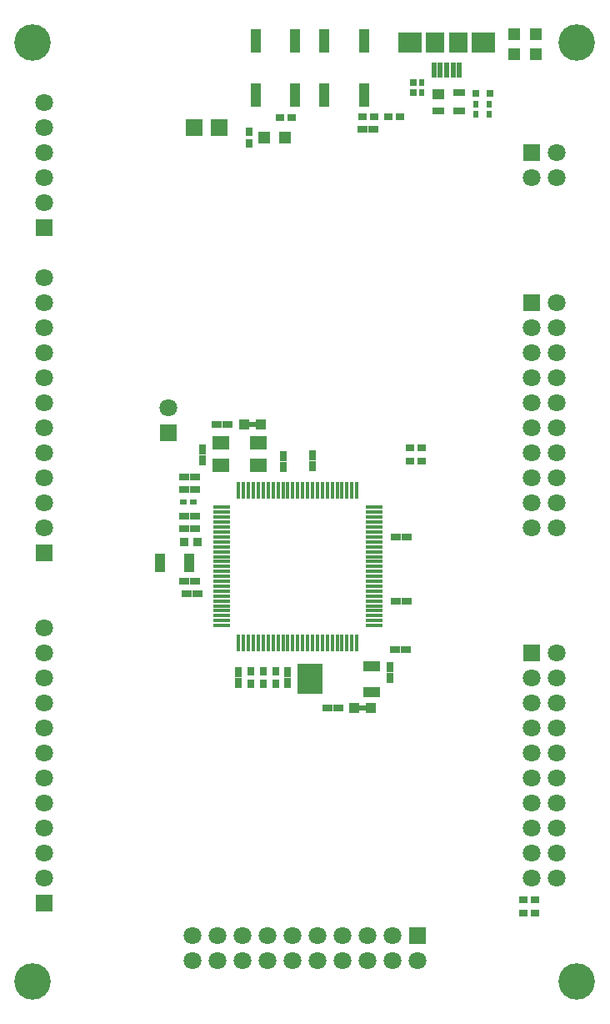
<source format=gts>
%FSLAX43Y43*%
%MOMM*%
G71*
G01*
G75*
G04 Layer_Color=8388736*
%ADD10R,1.000X2.250*%
%ADD11R,0.800X0.650*%
%ADD12R,1.200X1.200*%
%ADD13R,1.200X1.200*%
%ADD14R,0.500X0.650*%
%ADD15R,0.700X0.700*%
%ADD16R,0.550X0.600*%
%ADD17R,0.650X0.800*%
%ADD18R,0.900X0.600*%
%ADD19R,0.600X0.900*%
%ADD20R,0.762X0.762*%
%ADD21R,0.950X1.750*%
%ADD22R,1.000X0.950*%
%ADD23R,1.600X1.300*%
%ADD24R,0.600X0.500*%
%ADD25R,1.100X1.000*%
%ADD26R,1.100X0.600*%
%ADD27R,0.254X1.524*%
%ADD28R,0.254X1.524*%
%ADD29R,1.524X0.254*%
%ADD30R,1.524X0.254*%
%ADD31R,1.524X0.254*%
%ADD32R,0.254X1.524*%
%ADD33R,1.524X0.254*%
%ADD34R,1.524X0.254*%
%ADD35R,0.254X1.524*%
%ADD36R,0.254X1.524*%
%ADD37R,0.254X1.524*%
%ADD38R,1.600X1.000*%
%ADD39R,2.500X3.000*%
%ADD40R,0.400X1.400*%
%ADD41R,2.300X1.900*%
%ADD42R,1.775X1.900*%
%ADD43C,0.125*%
%ADD44C,0.150*%
%ADD45C,0.175*%
%ADD46C,0.200*%
%ADD47C,0.180*%
%ADD48C,0.300*%
%ADD49R,0.900X0.300*%
%ADD50C,3.600*%
%ADD51R,1.700X1.700*%
%ADD52C,1.700*%
%ADD53R,1.700X1.700*%
%ADD54C,0.350*%
%ADD55C,0.380*%
%ADD56C,0.550*%
%ADD57C,0.500*%
G04:AMPARAMS|DCode=58|XSize=4.224mm|YSize=4.224mm|CornerRadius=0mm|HoleSize=0mm|Usage=FLASHONLY|Rotation=0.000|XOffset=0mm|YOffset=0mm|HoleType=Round|Shape=Relief|Width=0.254mm|Gap=0.254mm|Entries=4|*
%AMTHD58*
7,0,0,4.224,3.716,0.254,45*
%
%ADD58THD58*%
%ADD59C,1.400*%
G04:AMPARAMS|DCode=60|XSize=2.524mm|YSize=2.524mm|CornerRadius=0mm|HoleSize=0mm|Usage=FLASHONLY|Rotation=0.000|XOffset=0mm|YOffset=0mm|HoleType=Round|Shape=Relief|Width=0.254mm|Gap=0.254mm|Entries=4|*
%AMTHD60*
7,0,0,2.524,2.016,0.254,45*
%
%ADD60THD60*%
%ADD61C,0.650*%
%ADD62C,3.100*%
%ADD63C,0.800*%
%ADD64R,1.300X0.600*%
%ADD65C,1.270*%
%ADD66R,0.650X0.500*%
%ADD67R,0.762X0.762*%
%ADD68R,0.350X0.850*%
%ADD69C,0.280*%
%ADD70R,0.600X0.250*%
%ADD71R,1.600X1.500*%
%ADD72R,1.300X1.600*%
%ADD73C,0.254*%
%ADD74C,0.250*%
%ADD75C,0.100*%
%ADD76C,0.229*%
%ADD77C,0.112*%
%ADD78R,2.100X2.100*%
%ADD79R,2.100X2.100*%
%ADD80R,1.700X1.700*%
%ADD81R,0.900X0.510*%
%ADD82R,1.100X2.350*%
%ADD83R,0.900X0.750*%
%ADD84R,1.300X1.300*%
%ADD85R,1.300X1.300*%
%ADD86R,0.600X0.750*%
%ADD87R,0.800X0.800*%
%ADD88R,0.650X0.700*%
%ADD89R,0.750X0.900*%
%ADD90R,1.000X0.700*%
%ADD91R,0.700X1.000*%
%ADD92R,0.862X0.862*%
%ADD93R,1.050X1.850*%
%ADD94R,1.100X1.050*%
%ADD95R,1.700X1.400*%
%ADD96R,0.700X0.600*%
%ADD97R,1.200X1.100*%
%ADD98R,1.200X0.700*%
%ADD99R,0.406X1.676*%
%ADD100R,0.406X1.676*%
%ADD101R,1.676X0.406*%
%ADD102R,1.676X0.406*%
%ADD103R,1.676X0.406*%
%ADD104R,0.406X1.676*%
%ADD105R,1.676X0.406*%
%ADD106R,1.676X0.406*%
%ADD107R,0.406X1.676*%
%ADD108R,0.406X1.676*%
%ADD109R,0.406X1.676*%
%ADD110R,1.700X1.100*%
%ADD111R,2.600X3.100*%
%ADD112R,0.500X1.500*%
%ADD113R,2.400X2.000*%
%ADD114R,1.875X2.000*%
%ADD115C,3.700*%
%ADD116R,1.800X1.800*%
%ADD117C,1.800*%
%ADD118R,1.800X1.800*%
D81*
X-24125Y-69855D02*
D03*
X-35300Y-41095D02*
D03*
D82*
X-31000Y-7650D02*
D03*
Y-2150D02*
D03*
X-35000D02*
D03*
Y-7650D02*
D03*
X-24000D02*
D03*
Y-2150D02*
D03*
X-28000D02*
D03*
Y-7650D02*
D03*
D83*
X-21525Y-9900D02*
D03*
X-20325D02*
D03*
X-22975D02*
D03*
X-24175D02*
D03*
X-7825Y-89350D02*
D03*
X-6625D02*
D03*
X-7825Y-90700D02*
D03*
X-6625D02*
D03*
X-19314Y-43460D02*
D03*
X-18114D02*
D03*
X-19314Y-44785D02*
D03*
X-18114D02*
D03*
X-32500Y-9975D02*
D03*
X-31300D02*
D03*
D84*
X-6500Y-3550D02*
D03*
Y-1450D02*
D03*
X-8750Y-3550D02*
D03*
Y-1450D02*
D03*
D85*
X-32050Y-12000D02*
D03*
X-34150D02*
D03*
D86*
X-18100Y-7375D02*
D03*
Y-6425D02*
D03*
X-12600Y-8625D02*
D03*
Y-9575D02*
D03*
X-11300Y-8625D02*
D03*
Y-9575D02*
D03*
D87*
X-12600Y-7500D02*
D03*
X-11200D02*
D03*
D88*
X-19000Y-6400D02*
D03*
Y-7400D02*
D03*
D89*
X-35675Y-11350D02*
D03*
Y-12550D02*
D03*
X-34250Y-66200D02*
D03*
Y-67400D02*
D03*
X-32975Y-66200D02*
D03*
Y-67400D02*
D03*
X-35525Y-66200D02*
D03*
Y-67400D02*
D03*
D90*
X-42248Y-46400D02*
D03*
X-41148D02*
D03*
X-42248Y-47700D02*
D03*
X-41148D02*
D03*
X-19650Y-52525D02*
D03*
X-20750D02*
D03*
X-42248Y-51700D02*
D03*
X-41148D02*
D03*
X-42248Y-57050D02*
D03*
X-41148D02*
D03*
X-42025Y-58300D02*
D03*
X-40925D02*
D03*
X-19650Y-59025D02*
D03*
X-20750D02*
D03*
X-19750Y-64000D02*
D03*
X-20850D02*
D03*
X-42248Y-50450D02*
D03*
X-41148D02*
D03*
X-38950Y-41100D02*
D03*
X-37850D02*
D03*
X-27725Y-69875D02*
D03*
X-26625D02*
D03*
X-24125Y-11150D02*
D03*
X-23025D02*
D03*
D91*
X-32200Y-44300D02*
D03*
Y-45400D02*
D03*
X-29200Y-44250D02*
D03*
Y-45350D02*
D03*
X-36800Y-67325D02*
D03*
Y-66225D02*
D03*
X-31725Y-67350D02*
D03*
Y-66250D02*
D03*
X-40400Y-43600D02*
D03*
Y-44700D02*
D03*
X-21325Y-66800D02*
D03*
Y-65700D02*
D03*
D92*
X-42297Y-53075D02*
D03*
X-40900D02*
D03*
D93*
X-41775Y-55150D02*
D03*
X-44725D02*
D03*
D94*
X-23275Y-69850D02*
D03*
X-24975D02*
D03*
X-36150Y-41100D02*
D03*
X-34450D02*
D03*
D95*
X-34750Y-42950D02*
D03*
X-38550D02*
D03*
Y-45250D02*
D03*
X-34750D02*
D03*
D96*
X-42373Y-49000D02*
D03*
X-41323Y-49000D02*
D03*
D97*
X-16400Y-7600D02*
D03*
D98*
Y-9300D02*
D03*
X-14300D02*
D03*
Y-7400D02*
D03*
D99*
X-24725Y-47765D02*
D03*
X-34225D02*
D03*
X-35225D02*
D03*
X-30725Y-47765D02*
D03*
X-36725Y-47765D02*
D03*
X-26225D02*
D03*
X-35725D02*
D03*
X-29725Y-47765D02*
D03*
Y-63275D02*
D03*
X-25225Y-47765D02*
D03*
X-30725Y-63275D02*
D03*
X-25725Y-63275D02*
D03*
X-28225D02*
D03*
X-33225D02*
D03*
X-36225Y-47765D02*
D03*
D100*
X-29225Y-47765D02*
D03*
X-28725D02*
D03*
X-33725D02*
D03*
X-31725D02*
D03*
X-30225D02*
D03*
X-26725D02*
D03*
Y-63275D02*
D03*
X-33725D02*
D03*
X-34225Y-63275D02*
D03*
X-26225D02*
D03*
X-34725Y-47765D02*
D03*
X-24725Y-63275D02*
D03*
X-35225D02*
D03*
X-36725D02*
D03*
X-35725D02*
D03*
X-36225D02*
D03*
X-34725Y-63275D02*
D03*
X-28725D02*
D03*
X-29225D02*
D03*
X-27225Y-63275D02*
D03*
X-32725Y-63275D02*
D03*
Y-47765D02*
D03*
X-30225Y-63275D02*
D03*
X-32225D02*
D03*
X-31225Y-47765D02*
D03*
X-32225D02*
D03*
X-31225Y-63275D02*
D03*
X-27725Y-47765D02*
D03*
X-25225Y-63275D02*
D03*
D101*
X-38480Y-53020D02*
D03*
X-38480Y-56520D02*
D03*
X-38480Y-61020D02*
D03*
X-22970Y-52020D02*
D03*
Y-53020D02*
D03*
X-38480Y-60520D02*
D03*
X-22970Y-58520D02*
D03*
X-22970Y-58020D02*
D03*
X-38480Y-58520D02*
D03*
X-22970Y-61020D02*
D03*
X-38480Y-51020D02*
D03*
Y-52020D02*
D03*
Y-58020D02*
D03*
Y-49520D02*
D03*
X-22970Y-51020D02*
D03*
X-22970Y-56520D02*
D03*
X-22970Y-49520D02*
D03*
D102*
X-38480Y-52520D02*
D03*
Y-51520D02*
D03*
Y-54020D02*
D03*
Y-56020D02*
D03*
Y-57520D02*
D03*
X-22970Y-50520D02*
D03*
X-22970Y-51520D02*
D03*
Y-54020D02*
D03*
Y-57520D02*
D03*
Y-56020D02*
D03*
D103*
X-38480Y-50520D02*
D03*
X-22970Y-60520D02*
D03*
D104*
X-33225Y-47765D02*
D03*
X-27725Y-63275D02*
D03*
X-28225Y-47765D02*
D03*
D105*
X-38480Y-53520D02*
D03*
X-22970D02*
D03*
Y-57020D02*
D03*
X-22970Y-59020D02*
D03*
X-38480Y-60020D02*
D03*
X-38480Y-59520D02*
D03*
X-22970Y-50020D02*
D03*
X-38480Y-61520D02*
D03*
X-38480Y-55020D02*
D03*
X-22970Y-59520D02*
D03*
X-22970Y-60020D02*
D03*
X-22970Y-54520D02*
D03*
X-38480Y-55520D02*
D03*
Y-57020D02*
D03*
X-38480Y-50020D02*
D03*
X-22970Y-55520D02*
D03*
X-38480Y-54520D02*
D03*
X-22970Y-55020D02*
D03*
X-22970Y-61520D02*
D03*
D106*
X-22970Y-52520D02*
D03*
X-38480Y-59020D02*
D03*
D107*
X-27225Y-47765D02*
D03*
D108*
X-25725D02*
D03*
D109*
X-31725Y-63275D02*
D03*
D110*
X-23250Y-65650D02*
D03*
Y-68250D02*
D03*
D111*
X-29500Y-66950D02*
D03*
D112*
X-14300Y-5150D02*
D03*
X-14950D02*
D03*
X-15600D02*
D03*
X-16250D02*
D03*
X-16900D02*
D03*
D113*
X-11850Y-2300D02*
D03*
X-19350D02*
D03*
D114*
X-14438D02*
D03*
X-16763D02*
D03*
D115*
X-57650Y-97650D02*
D03*
X-2350D02*
D03*
X-57650Y-2350D02*
D03*
X-2350D02*
D03*
D116*
X-18570Y-93030D02*
D03*
X-41270Y-10950D02*
D03*
X-38730D02*
D03*
D117*
X-41430Y-95570D02*
D03*
X-31270Y-93030D02*
D03*
Y-95570D02*
D03*
X-33810D02*
D03*
Y-93030D02*
D03*
X-36350Y-95570D02*
D03*
Y-93030D02*
D03*
X-38890Y-95570D02*
D03*
Y-93030D02*
D03*
X-41430D02*
D03*
X-28730D02*
D03*
X-26190D02*
D03*
Y-95570D02*
D03*
X-23650Y-93030D02*
D03*
Y-95570D02*
D03*
X-21110Y-93030D02*
D03*
Y-95570D02*
D03*
X-18570D02*
D03*
X-28730D02*
D03*
X-4430Y-38890D02*
D03*
Y-28730D02*
D03*
Y-31270D02*
D03*
X-6970D02*
D03*
X-4430Y-33810D02*
D03*
X-6970D02*
D03*
X-4430Y-36350D02*
D03*
X-6970D02*
D03*
Y-38890D02*
D03*
Y-51590D02*
D03*
Y-49050D02*
D03*
X-4430D02*
D03*
X-6970Y-46510D02*
D03*
X-4430D02*
D03*
X-6970Y-43970D02*
D03*
X-4430D02*
D03*
Y-41430D02*
D03*
X-6970D02*
D03*
X-4430Y-51590D02*
D03*
X-56508Y-61750D02*
D03*
Y-64290D02*
D03*
Y-66830D02*
D03*
Y-69370D02*
D03*
Y-71910D02*
D03*
Y-74450D02*
D03*
Y-84610D02*
D03*
Y-87150D02*
D03*
Y-79530D02*
D03*
Y-76990D02*
D03*
Y-82070D02*
D03*
X-4430Y-74450D02*
D03*
Y-64290D02*
D03*
Y-66830D02*
D03*
X-6970D02*
D03*
X-4430Y-69370D02*
D03*
X-6970D02*
D03*
X-4430Y-71910D02*
D03*
X-6970D02*
D03*
Y-74450D02*
D03*
Y-87150D02*
D03*
Y-84610D02*
D03*
X-4430D02*
D03*
X-6970Y-82070D02*
D03*
X-4430D02*
D03*
X-6970Y-79530D02*
D03*
X-4430D02*
D03*
Y-76990D02*
D03*
X-6970D02*
D03*
X-4430Y-87150D02*
D03*
Y-13490D02*
D03*
Y-16030D02*
D03*
X-6970D02*
D03*
X-56508Y-13490D02*
D03*
Y-8410D02*
D03*
Y-10950D02*
D03*
Y-18570D02*
D03*
Y-16030D02*
D03*
Y-26190D02*
D03*
Y-28730D02*
D03*
Y-31270D02*
D03*
Y-33810D02*
D03*
Y-36350D02*
D03*
Y-38890D02*
D03*
Y-49050D02*
D03*
Y-51590D02*
D03*
Y-43970D02*
D03*
Y-41430D02*
D03*
Y-46510D02*
D03*
X-43848Y-39410D02*
D03*
D118*
X-6970Y-28730D02*
D03*
X-56508Y-89690D02*
D03*
X-6970Y-64290D02*
D03*
Y-13490D02*
D03*
X-56508Y-21110D02*
D03*
Y-54130D02*
D03*
X-43848Y-41950D02*
D03*
M02*

</source>
